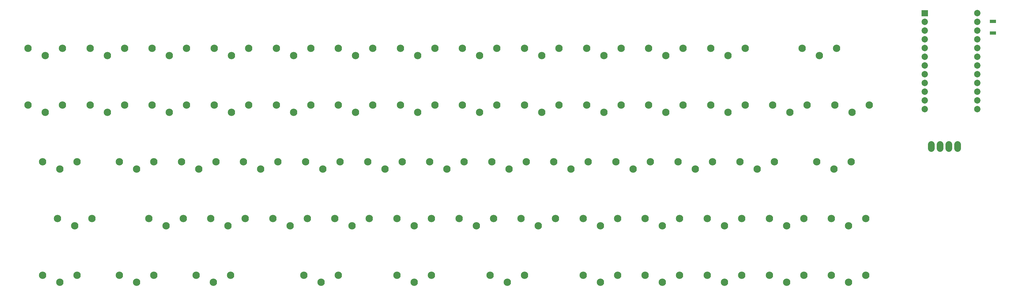
<source format=gts>
G04 Layer: TopSolderMaskLayer*
G04 EasyEDA v6.5.1, 2022-08-22 11:36:35*
G04 479a10040a424d6084b7507f6101f796,d603b60474844c32a05bd641800ef4e1,10*
G04 Gerber Generator version 0.2*
G04 Scale: 100 percent, Rotated: No, Reflected: No *
G04 Dimensions in millimeters *
G04 leading zeros omitted , absolute positions ,4 integer and 5 decimal *
%FSLAX45Y45*%
%MOMM*%

%ADD22C,1.9812*%
%ADD23C,2.1336*%
%ADD25C,1.8542*%

%LPD*%
D22*
X27495500Y5806300D02*
G01*
X27495500Y5928499D01*
X27749500Y5806300D02*
G01*
X27749500Y5928499D01*
X28003500Y5806300D02*
G01*
X28003500Y5928499D01*
X28257500Y5806300D02*
G01*
X28257500Y5928499D01*
D23*
G01*
X19799960Y8509990D03*
G01*
X19299961Y8719972D03*
G01*
X20299959Y8719972D03*
G01*
X3599992Y8509990D03*
G01*
X3099993Y8719972D03*
G01*
X4099991Y8719972D03*
G01*
X5399989Y8509990D03*
G01*
X4899990Y8719972D03*
G01*
X5899988Y8719972D03*
G01*
X7199985Y8509990D03*
G01*
X6699986Y8719972D03*
G01*
X7699984Y8719972D03*
G01*
X8999981Y8509990D03*
G01*
X8499983Y8719972D03*
G01*
X9499981Y8719972D03*
G01*
X12599974Y8509990D03*
G01*
X12099975Y8719972D03*
G01*
X13099973Y8719972D03*
G01*
X14399971Y8509990D03*
G01*
X13899972Y8719972D03*
G01*
X14899970Y8719972D03*
G01*
X16199967Y8509990D03*
G01*
X15699968Y8719972D03*
G01*
X16699966Y8719972D03*
G01*
X17999963Y8509990D03*
G01*
X17499965Y8719972D03*
G01*
X18499963Y8719972D03*
G01*
X22449967Y5209997D03*
G01*
X21949968Y5419979D03*
G01*
X22949966Y5419979D03*
G01*
X17899964Y3559987D03*
G01*
X17399965Y3769969D03*
G01*
X18399963Y3769969D03*
G01*
X21599956Y8509990D03*
G01*
X21099957Y8719972D03*
G01*
X22099955Y8719972D03*
G01*
X19699960Y3559987D03*
G01*
X19199961Y3769969D03*
G01*
X20199959Y3769969D03*
G01*
X21499956Y3559987D03*
G01*
X20999958Y3769969D03*
G01*
X21999956Y3769969D03*
G01*
X20649971Y5209997D03*
G01*
X20149972Y5419979D03*
G01*
X21149970Y5419979D03*
G01*
X4450003Y5209997D03*
G01*
X3949979Y5419979D03*
G01*
X4950002Y5419979D03*
G01*
X6675018Y1910003D03*
G01*
X6175019Y2119985D03*
G01*
X7175017Y2119985D03*
G01*
X17899964Y1910003D03*
G01*
X17399965Y2119985D03*
G01*
X18399963Y2119985D03*
G01*
X12499975Y3559987D03*
G01*
X11999975Y3769969D03*
G01*
X12999974Y3769969D03*
G01*
X24249964Y8509990D03*
G01*
X23749965Y8719972D03*
G01*
X24749963Y8719972D03*
G01*
X8899982Y3559987D03*
G01*
X8399983Y3769969D03*
G01*
X9399981Y3769969D03*
G01*
X2224989Y5209997D03*
G01*
X1724990Y5419979D03*
G01*
X2724988Y5419979D03*
G01*
X2224989Y1910003D03*
G01*
X1724990Y2119985D03*
G01*
X2724988Y2119985D03*
G01*
X19699960Y1910003D03*
G01*
X19199961Y2119985D03*
G01*
X20199959Y2119985D03*
G01*
X8049996Y5209997D03*
G01*
X7549997Y5419979D03*
G01*
X8549995Y5419979D03*
G01*
X23299953Y1910003D03*
G01*
X22799954Y2119985D03*
G01*
X23799952Y2119985D03*
G01*
X7199985Y6859981D03*
G01*
X6699986Y7069962D03*
G01*
X7699984Y7069962D03*
G01*
X24674956Y5209997D03*
G01*
X24174958Y5419979D03*
G01*
X25174956Y5419979D03*
G01*
X1799996Y8509990D03*
G01*
X1299997Y8719972D03*
G01*
X2299995Y8719972D03*
G01*
X9849993Y5209997D03*
G01*
X9349993Y5419979D03*
G01*
X10349991Y5419979D03*
G01*
X12499975Y1910003D03*
G01*
X11999975Y2119985D03*
G01*
X12999974Y2119985D03*
G01*
X11649989Y5209997D03*
G01*
X11149990Y5419979D03*
G01*
X12149988Y5419979D03*
G01*
X13449985Y5209997D03*
G01*
X12949986Y5419979D03*
G01*
X13949984Y5419979D03*
G01*
X16199967Y6859981D03*
G01*
X15699968Y7069962D03*
G01*
X16699966Y7069962D03*
G01*
X15249982Y5209997D03*
G01*
X14749983Y5419979D03*
G01*
X15749981Y5419979D03*
G01*
X17049978Y5209997D03*
G01*
X16549979Y5419979D03*
G01*
X17549977Y5419979D03*
G01*
X18849975Y5209997D03*
G01*
X18349975Y5419979D03*
G01*
X19349974Y5419979D03*
G01*
X21499956Y1910003D03*
G01*
X20999958Y2119985D03*
G01*
X21999956Y2119985D03*
G01*
X16099967Y3559987D03*
G01*
X15599968Y3769969D03*
G01*
X16599966Y3769969D03*
G01*
X14299971Y3559987D03*
G01*
X13799972Y3769969D03*
G01*
X14799970Y3769969D03*
G01*
X17999963Y6859981D03*
G01*
X17499965Y7069962D03*
G01*
X18499963Y7069962D03*
G01*
X19799960Y6859981D03*
G01*
X19299961Y7069962D03*
G01*
X20299959Y7069962D03*
G01*
X3599992Y6859981D03*
G01*
X3099993Y7069962D03*
G01*
X4099991Y7069962D03*
G01*
X8999981Y6859981D03*
G01*
X8499983Y7069962D03*
G01*
X9499981Y7069962D03*
G01*
X25099949Y1910003D03*
G01*
X24599950Y2119985D03*
G01*
X25599948Y2119985D03*
G01*
X6250000Y5209997D03*
G01*
X5750001Y5419979D03*
G01*
X6749999Y5419979D03*
G01*
X2650007Y3559987D03*
G01*
X2149983Y3769969D03*
G01*
X3150006Y3769969D03*
G01*
X25099949Y3559987D03*
G01*
X24599950Y3769969D03*
G01*
X25599948Y3769969D03*
G01*
X9799980Y1910003D03*
G01*
X9299981Y2119985D03*
G01*
X10299979Y2119985D03*
G01*
X15199969Y1910003D03*
G01*
X14699970Y2119985D03*
G01*
X15699968Y2119985D03*
G01*
X10799978Y6859981D03*
G01*
X10299979Y7069962D03*
G01*
X11299977Y7069962D03*
G01*
X1799996Y6859981D03*
G01*
X1299997Y7069962D03*
G01*
X2299995Y7069962D03*
G01*
X14399971Y6859981D03*
G01*
X13899972Y7069962D03*
G01*
X14899970Y7069962D03*
G01*
X23299953Y3559987D03*
G01*
X22799954Y3769969D03*
G01*
X23799952Y3769969D03*
G01*
X10699978Y3559987D03*
G01*
X10199979Y3769969D03*
G01*
X11199977Y3769969D03*
G01*
X5399989Y6859981D03*
G01*
X4899990Y7069962D03*
G01*
X5899988Y7069962D03*
G01*
X4450003Y1910003D03*
G01*
X3949979Y2119985D03*
G01*
X4950002Y2119985D03*
G01*
X7099985Y3559987D03*
G01*
X6599986Y3769969D03*
G01*
X7599984Y3769969D03*
G01*
X5299989Y3559987D03*
G01*
X4799990Y3769969D03*
G01*
X5799988Y3769969D03*
G01*
X12599974Y6859981D03*
G01*
X12099975Y7069962D03*
G01*
X13099973Y7069962D03*
G01*
X25199949Y6859981D03*
G01*
X24699950Y7069962D03*
G01*
X25699948Y7069962D03*
G01*
X21599956Y6859981D03*
G01*
X21099957Y7069962D03*
G01*
X22099955Y7069962D03*
G01*
X23399953Y6859981D03*
G01*
X22899954Y7069962D03*
G01*
X23899952Y7069962D03*
G36*
X29196029Y9459468D02*
G01*
X29196029Y9549637D01*
X29376370Y9549637D01*
X29376370Y9459468D01*
G37*
G36*
X29196029Y9119362D02*
G01*
X29196029Y9209531D01*
X29376370Y9209531D01*
X29376370Y9119362D01*
G37*
G01*
X10799978Y8509990D03*
G01*
X10299979Y8719972D03*
G01*
X11299977Y8719972D03*
D25*
G01*
X28829000Y9740900D03*
G01*
X27305000Y6946900D03*
G01*
X28829000Y9486900D03*
G01*
X28829000Y9232900D03*
G01*
X28829000Y8978900D03*
G01*
X28829000Y8724900D03*
G01*
X28829000Y8470900D03*
G01*
X28829000Y8216900D03*
G01*
X28829000Y7962900D03*
G01*
X28829000Y7708900D03*
G01*
X28829000Y7454900D03*
G01*
X28829000Y7200900D03*
G01*
X28829000Y6946900D03*
G01*
X27305000Y7200900D03*
G01*
X27305000Y7454900D03*
G01*
X27305000Y7708900D03*
G01*
X27305000Y7962900D03*
G01*
X27305000Y8216900D03*
G01*
X27305000Y8470900D03*
G01*
X27305000Y8724900D03*
G01*
X27305000Y8978900D03*
G01*
X27305000Y9232900D03*
G01*
X27305000Y9486900D03*
G36*
X27212290Y9648189D02*
G01*
X27212290Y9833610D01*
X27397709Y9833610D01*
X27397709Y9648189D01*
G37*
M02*

</source>
